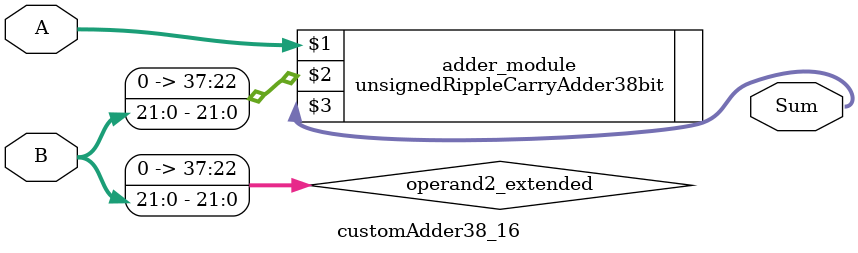
<source format=v>
module customAdder38_16(
                        input [37 : 0] A,
                        input [21 : 0] B,
                        
                        output [38 : 0] Sum
                );

        wire [37 : 0] operand2_extended;
        
        assign operand2_extended =  {16'b0, B};
        
        unsignedRippleCarryAdder38bit adder_module(
            A,
            operand2_extended,
            Sum
        );
        
        endmodule
        
</source>
